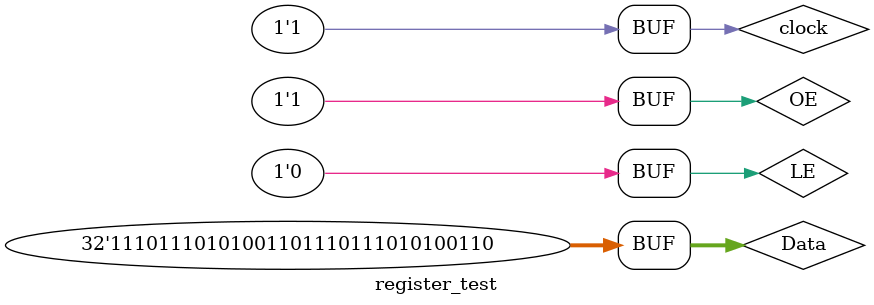
<source format=v>


module Register(input [31:0]Data,input clock,OE,LE,output[31:0] Registerr);
	wire [31:0] Q;
	wire [31:0] QNot;
	reg [31:0] Registerr;
	genvar i;
	for(i=0;i<32;i=i+1)
		begin
			DFlipFlop dd1(.q(Q[i]),.qnot(QNot[i]),.D(Data[i]),.LE(LE),.clk(clock));
		end;
		always@(clock)
		begin
		if(OE)
		Registerr<=Data;
		end
		
endmodule

module DFlipFlop (output reg q,output reg qnot,input D,LE,clk);
always@(clk)
		begin
		if(LE)
		qnot<=~D;
		q<=D;
		
		end
endmodule

		
`timescale 1ns / 1ps

////////////////////////////////////////////////////////////////////////////////
// Company: 
// Engineer:
//
// Create Date:   12:28:34 01/30/2020
// Design Name:   Register
// Module Name:   /home/ise/Desktop/Assignments/assignment/register_test.v
// Project Name:  assignment
// Target Device:  
// Tool versions:  
// Description: 
//
// Verilog Test Fixture created by ISE for module: Register
//
// Dependencies:
// 
// Revision:
// Revision 0.01 - File Created
// Additional Comments:
// 
////////////////////////////////////////////////////////////////////////////////

module register_test;

	// Inputs
	reg [31:0] Data;
	reg clock;
	reg OE;
	reg LE;

	// Outputs
	wire [31:0] Registerr;

	// Instantiate the Unit Under Test (UUT)
	Register uut (
		.Data(Data), 
		.clock(clock), 
		.OE(OE), 
		.LE(LE), 
		.Registerr(Registerr)
	);

	initial begin
		// Initialize Inputs
		//1
		Data = 32'b1010_1100_1010_0110_1010_1100_1010_0110;
		clock = 0;
		OE = 0;
		LE = 1;
		
		#100;
		Data = 32'b1010_1100_1010_0110_1010_1100_1010_0110;
		clock = 1;
		OE = 0;
		LE = 1;
		#100;
		
		//2
		Data = 32'b1010_1100_1010_0110_1010_1100_1010_0110;
		clock = 0;
		OE = 1;
		LE = 0;
		#100;
		
		Data = 32'b1010_1100_1010_0110_1010_1100_1010_0110;
		clock = 1;
		OE = 1;
		LE = 0;
		#100;
		
			
		//3
		Data = 32'b1010_1110_1010_0111_1010_1110_1010_0111;
		clock = 0;
		OE = 0;
		LE = 1;
		#100;
		
		Data = 32'b1010_1110_1010_0111_1010_1110_1010_0111;
		clock = 1;
		OE = 0;
		LE = 1;
		#100;
		//4
		Data = 32'b1010_1110_1010_0111_1010_1110_1010_0111;
		clock = 0;
		OE = 0;
		LE = 1;
		#100;
		
		Data = 32'b1110_1110_1010_0110_1110_1110_1010_0110;
		clock = 1;
		OE = 0;
		LE = 1;
		#100;
		
		//5
		Data = 32'b1010_1110_1010_0111_1010_1110_1010_0111;
		clock = 0;
		OE = 1;
		LE = 0;
		#100;
		
		Data = 32'b1110_1110_1010_0110_1110_1110_1010_0110;
		clock = 1;
		OE = 1;
		LE = 0;
		#100;
		//6
		Data = 32'b1010_1110_1010_0111_1010_1110_1010_0111;
		clock = 0;
		OE = 0;
		LE = 1;
		#100;
		
		Data = 32'b1110_1110_1010_0110_1110_1110_1010_0110;
		clock = 1;
		OE = 0;
		LE = 1;
		#100;

		//7
		Data = 32'b1010_1110_1010_0111_1010_1110_1010_0111;
		clock = 0;
		OE = 1;
		LE = 0;
		#100;
		
		Data = 32'b1110_1110_1010_0110_1110_1110_1010_0110;
		clock = 1;
		OE = 1;
		LE = 0;
		#100;
	end
      
endmodule

		
</source>
